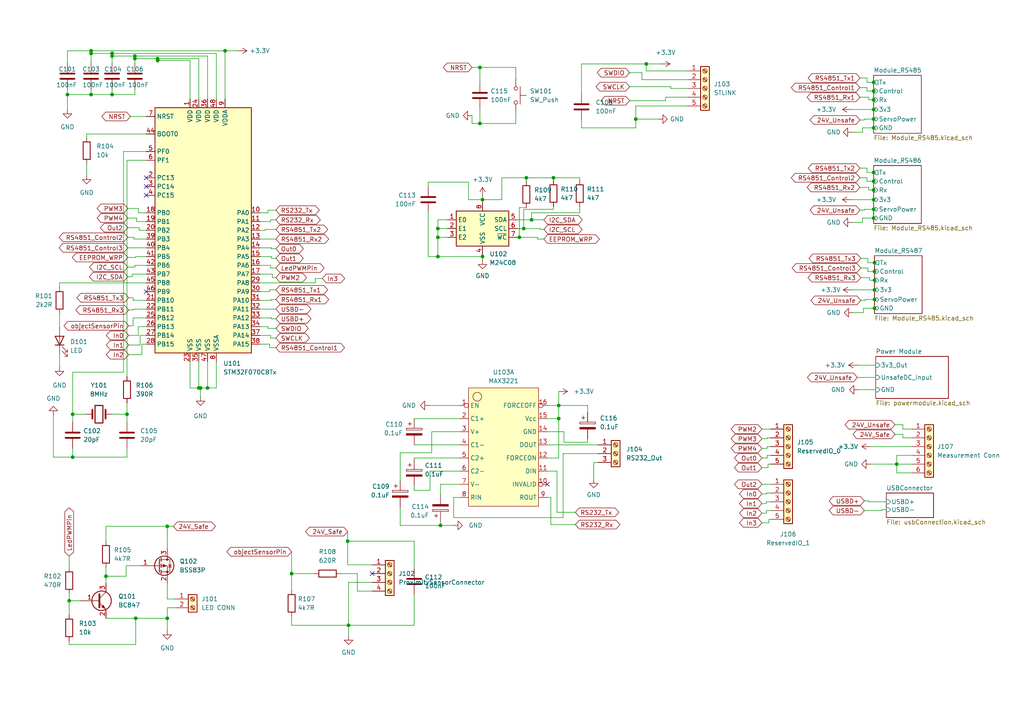
<source format=kicad_sch>
(kicad_sch (version 20211123) (generator eeschema)
  (paper "A4")
  (junction (at 101.092 181.356))
  (junction (at 19.558 27.432))
  (junction (at 65.278 14.732))
  (junction (at 45.72 17.526))
  (junction (at 32.512 27.432))
  (junction (at 253.6529 84.074))
  (junction (at 84.582 166.37))
  (junction (at 253.3989 52.578))
  (junction (at 253.3989 37.084))
  (junction (at 139.192 19.558))
  (junction (at 154.178 63.754))
  (junction (at 253.3989 55.118))
  (junction (at 253.6529 78.74))
  (junction (at 139.954 74.422))
  (junction (at 253.3989 28.956))
  (junction (at 20.066 174.244))
  (junction (at 162.052 117.602))
  (junction (at 253.6529 81.28))
  (junction (at 21.082 132.588))
  (junction (at 57.658 112.522))
  (junction (at 60.198 112.522))
  (junction (at 253.3989 63.246))
  (junction (at 32.512 16.256))
  (junction (at 39.116 16.256))
  (junction (at 253.6529 86.868))
  (junction (at 151.892 66.294))
  (junction (at 253.3989 60.706))
  (junction (at 30.734 167.132))
  (junction (at 100.838 156.972))
  (junction (at 26.416 14.732))
  (junction (at 139.192 35.814))
  (junction (at 127 74.422))
  (junction (at 39.116 17.018))
  (junction (at 253.3989 26.416))
  (junction (at 187.452 18.542))
  (junction (at 32.512 15.494))
  (junction (at 26.416 15.494))
  (junction (at 39.37 179.324))
  (junction (at 160.528 51.562))
  (junction (at 162.052 121.412))
  (junction (at 150.622 68.834))
  (junction (at 48.514 179.324))
  (junction (at 127.762 152.4))
  (junction (at 21.082 120.142))
  (junction (at 45.72 17.018))
  (junction (at 127 66.294))
  (junction (at 26.416 27.432))
  (junction (at 139.954 57.912))
  (junction (at 58.166 112.522))
  (junction (at 253.3989 50.038))
  (junction (at 253.3989 34.544))
  (junction (at 184.404 34.544))
  (junction (at 253.6529 76.2))
  (junction (at 260.096 134.62))
  (junction (at 152.654 51.562))
  (junction (at 127 68.834))
  (junction (at 253.6529 89.408))
  (junction (at 253.3989 31.75))
  (junction (at 48.514 152.654))
  (junction (at 253.3989 57.912))
  (junction (at 36.83 120.142))
  (junction (at 253.3989 23.876))
  (no_connect (at 107.95 166.37))
  (no_connect (at 158.75 140.462))
  (no_connect (at 42.418 84.582))
  (no_connect (at 42.418 56.642))
  (no_connect (at 42.418 51.562))
  (no_connect (at 42.418 54.102))
  (wire (pts (xy 157.734 66.548) (xy 156.718 66.548)))
  (wire (pts (xy 251.968 28.194) (xy 249.428 28.194)))
  (wire (pts (xy 48.514 169.164) (xy 48.514 173.736)))
  (wire (pts (xy 80.01 84.074) (xy 78.232 84.074)))
  (wire (pts (xy 37.084 77.47) (xy 39.116 77.47)))
  (wire (pts (xy 19.558 25.908) (xy 19.558 27.432)))
  (wire (pts (xy 248.666 105.918) (xy 254 105.918)))
  (wire (pts (xy 220.98 124.46) (xy 223.52 124.46)))
  (wire (pts (xy 32.512 27.432) (xy 39.116 27.432)))
  (wire (pts (xy 19.558 14.732) (xy 19.558 18.288)))
  (wire (pts (xy 80.01 92.456) (xy 78.74 92.456)))
  (wire (pts (xy 37.084 66.04) (xy 40.386 66.04)))
  (wire (pts (xy 186.182 23.114) (xy 199.39 23.114)))
  (wire (pts (xy 251.968 145.542) (xy 257.048 145.542)))
  (wire (pts (xy 251.46 26.416) (xy 251.46 25.4)))
  (wire (pts (xy 168.148 51.562) (xy 160.528 51.562)))
  (wire (pts (xy 100.838 156.972) (xy 100.838 163.83)))
  (wire (pts (xy 84.582 160.02) (xy 84.582 166.37)))
  (wire (pts (xy 124.714 136.652) (xy 124.714 142.24)))
  (wire (pts (xy 223.52 145.542) (xy 222.25 145.542)))
  (wire (pts (xy 80.01 74.93) (xy 78.74 74.93)))
  (wire (pts (xy 36.576 167.132) (xy 30.734 167.132)))
  (wire (pts (xy 80.01 72.136) (xy 78.74 72.136)))
  (wire (pts (xy 78.994 79.502) (xy 75.438 79.502)))
  (wire (pts (xy 253.3989 34.544) (xy 250.698 34.544)))
  (wire (pts (xy 21.082 130.048) (xy 21.082 132.588)))
  (wire (pts (xy 40.894 164.084) (xy 36.576 164.084)))
  (wire (pts (xy 252.222 80.518) (xy 249.682 80.518)))
  (wire (pts (xy 222.504 129.54) (xy 222.504 130.048)))
  (wire (pts (xy 116.078 147.066) (xy 116.078 152.4)))
  (wire (pts (xy 127.762 140.462) (xy 133.35 140.462)))
  (wire (pts (xy 223.012 150.622) (xy 223.012 151.638)))
  (wire (pts (xy 37.338 100.076) (xy 40.64 100.076)))
  (wire (pts (xy 62.738 15.494) (xy 32.512 15.494)))
  (wire (pts (xy 149.606 32.766) (xy 149.606 35.814)))
  (wire (pts (xy 80.01 63.754) (xy 78.486 63.754)))
  (wire (pts (xy 253.492 63.246) (xy 253.3989 63.246)))
  (wire (pts (xy 187.452 20.574) (xy 187.452 18.542)))
  (wire (pts (xy 253.3989 52.578) (xy 251.46 52.578)))
  (wire (pts (xy 253.3989 28.956) (xy 251.968 28.956)))
  (wire (pts (xy 78.486 98.044) (xy 78.486 97.282)))
  (wire (pts (xy 39.116 16.256) (xy 32.512 16.256)))
  (wire (pts (xy 62.738 112.522) (xy 60.198 112.522)))
  (wire (pts (xy 154.178 61.722) (xy 154.178 63.754)))
  (wire (pts (xy 39.37 74.676) (xy 39.37 74.422)))
  (wire (pts (xy 124.206 74.422) (xy 127 74.422)))
  (wire (pts (xy 193.04 28.194) (xy 199.39 28.194)))
  (wire (pts (xy 182.626 29.21) (xy 193.04 29.21)))
  (wire (pts (xy 127.762 152.4) (xy 131.572 152.4)))
  (wire (pts (xy 250.952 87.122) (xy 249.682 87.122)))
  (wire (pts (xy 38.862 68.834) (xy 38.862 69.342)))
  (wire (pts (xy 30.734 179.324) (xy 39.37 179.324)))
  (wire (pts (xy 37.084 68.834) (xy 38.862 68.834)))
  (wire (pts (xy 120.142 142.24) (xy 124.714 142.24)))
  (wire (pts (xy 120.142 164.846) (xy 120.142 156.972)))
  (wire (pts (xy 48.514 176.276) (xy 48.514 179.324)))
  (wire (pts (xy 139.954 57.912) (xy 139.954 58.674)))
  (wire (pts (xy 20.066 161.29) (xy 20.066 164.592)))
  (wire (pts (xy 160.528 52.324) (xy 160.528 51.562)))
  (wire (pts (xy 120.142 181.356) (xy 101.092 181.356)))
  (wire (pts (xy 84.582 178.816) (xy 84.582 181.356)))
  (wire (pts (xy 26.416 27.432) (xy 32.512 27.432)))
  (wire (pts (xy 222.25 145.542) (xy 222.25 146.05)))
  (wire (pts (xy 40.132 94.742) (xy 42.418 94.742)))
  (wire (pts (xy 184.404 30.734) (xy 199.39 30.734)))
  (wire (pts (xy 172.212 134.112) (xy 173.482 134.112)))
  (wire (pts (xy 62.738 104.902) (xy 62.738 112.522)))
  (wire (pts (xy 50.8 176.276) (xy 48.514 176.276)))
  (wire (pts (xy 168.656 18.542) (xy 168.656 27.178)))
  (wire (pts (xy 253.3989 50.038) (xy 251.46 50.038)))
  (wire (pts (xy 20.066 178.308) (xy 20.066 174.244)))
  (wire (pts (xy 223.52 129.54) (xy 222.504 129.54)))
  (wire (pts (xy 158.75 136.652) (xy 161.544 136.652)))
  (wire (pts (xy 246.888 57.912) (xy 253.3989 57.912)))
  (wire (pts (xy 120.142 140.97) (xy 120.142 142.24)))
  (wire (pts (xy 15.494 120.396) (xy 15.494 132.588)))
  (wire (pts (xy 161.544 148.59) (xy 166.878 148.59)))
  (wire (pts (xy 55.118 17.526) (xy 45.72 17.526)))
  (wire (pts (xy 253.3989 60.706) (xy 250.698 60.706)))
  (wire (pts (xy 78.994 79.502) (xy 78.994 80.518)))
  (wire (pts (xy 158.75 125.222) (xy 163.576 125.222)))
  (wire (pts (xy 152.654 51.562) (xy 145.542 51.562)))
  (wire (pts (xy 251.46 52.578) (xy 251.46 51.562)))
  (wire (pts (xy 127 63.754) (xy 127 66.294)))
  (wire (pts (xy 78.486 76.962) (xy 75.438 76.962)))
  (wire (pts (xy 77.724 61.722) (xy 75.438 61.722)))
  (wire (pts (xy 39.116 17.018) (xy 39.116 18.288)))
  (wire (pts (xy 264.414 132.08) (xy 260.096 132.08)))
  (wire (pts (xy 32.512 15.494) (xy 32.512 16.256)))
  (wire (pts (xy 80.01 100.838) (xy 78.232 100.838)))
  (wire (pts (xy 38.608 92.202) (xy 42.418 92.202)))
  (wire (pts (xy 101.092 168.91) (xy 107.95 168.91)))
  (wire (pts (xy 127 66.294) (xy 129.794 66.294)))
  (wire (pts (xy 253.3989 63.246) (xy 250.19 63.246)))
  (wire (pts (xy 32.512 16.256) (xy 32.512 18.288)))
  (wire (pts (xy 261.874 124.46) (xy 264.414 124.46)))
  (wire (pts (xy 55.118 104.902) (xy 55.118 112.522)))
  (wire (pts (xy 78.74 74.93) (xy 78.74 74.422)))
  (wire (pts (xy 250.444 90.678) (xy 247.396 90.678)))
  (wire (pts (xy 250.19 38.354) (xy 247.142 38.354)))
  (wire (pts (xy 37.338 89.916) (xy 38.608 89.916)))
  (wire (pts (xy 20.066 186.944) (xy 39.37 186.944)))
  (wire (pts (xy 246.888 31.75) (xy 253.3989 31.75)))
  (wire (pts (xy 187.452 18.542) (xy 191.77 18.542)))
  (wire (pts (xy 100.838 154.178) (xy 100.838 156.972)))
  (wire (pts (xy 160.528 60.706) (xy 151.892 60.706)))
  (wire (pts (xy 253.6529 86.868) (xy 250.952 86.868)))
  (wire (pts (xy 139.192 31.496) (xy 139.192 35.814)))
  (wire (pts (xy 162.052 121.412) (xy 162.052 117.602)))
  (wire (pts (xy 163.576 128.27) (xy 170.434 128.27)))
  (wire (pts (xy 253.492 37.084) (xy 253.3989 37.084)))
  (wire (pts (xy 127 66.294) (xy 127 68.834)))
  (wire (pts (xy 155.956 69.342) (xy 155.956 68.834)))
  (wire (pts (xy 252.476 134.62) (xy 260.096 134.62)))
  (wire (pts (xy 253.746 81.28) (xy 253.6529 81.28)))
  (wire (pts (xy 170.434 128.27) (xy 170.434 127.254)))
  (wire (pts (xy 37.084 74.676) (xy 39.37 74.676)))
  (wire (pts (xy 39.116 16.256) (xy 39.116 17.018)))
  (wire (pts (xy 184.404 34.544) (xy 184.404 30.734)))
  (wire (pts (xy 253.492 52.578) (xy 253.3989 52.578)))
  (wire (pts (xy 30.734 164.592) (xy 30.734 167.132)))
  (wire (pts (xy 57.658 112.522) (xy 58.166 112.522)))
  (wire (pts (xy 40.132 60.452) (xy 40.132 61.722)))
  (wire (pts (xy 40.132 97.282) (xy 40.132 94.742)))
  (wire (pts (xy 65.278 14.732) (xy 69.088 14.732)))
  (wire (pts (xy 38.354 79.502) (xy 42.418 79.502)))
  (wire (pts (xy 253.3989 31.75) (xy 253.492 31.75)))
  (wire (pts (xy 125.222 131.318) (xy 125.222 125.222)))
  (wire (pts (xy 222.25 146.05) (xy 220.98 146.05)))
  (wire (pts (xy 184.404 34.544) (xy 191.008 34.544)))
  (wire (pts (xy 253.746 76.2) (xy 253.6529 76.2)))
  (wire (pts (xy 30.734 152.654) (xy 48.514 152.654)))
  (wire (pts (xy 39.624 64.262) (xy 42.418 64.262)))
  (wire (pts (xy 223.012 151.638) (xy 220.98 151.638)))
  (wire (pts (xy 150.622 60.198) (xy 150.622 68.834)))
  (wire (pts (xy 253.3989 23.876) (xy 251.46 23.876)))
  (wire (pts (xy 255.778 147.828) (xy 257.048 147.828)))
  (wire (pts (xy 251.46 22.606) (xy 249.428 22.606)))
  (wire (pts (xy 20.066 174.244) (xy 23.114 174.244)))
  (wire (pts (xy 136.906 33.528) (xy 136.906 35.814)))
  (wire (pts (xy 251.46 48.768) (xy 249.428 48.768)))
  (wire (pts (xy 37.084 63.246) (xy 39.624 63.246)))
  (wire (pts (xy 253.6529 81.28) (xy 252.222 81.28)))
  (wire (pts (xy 261.874 125.984) (xy 261.874 127)))
  (wire (pts (xy 250.698 60.96) (xy 249.428 60.96)))
  (wire (pts (xy 38.862 69.342) (xy 42.418 69.342)))
  (wire (pts (xy 21.082 120.142) (xy 24.892 120.142)))
  (wire (pts (xy 139.954 56.896) (xy 139.954 57.912)))
  (wire (pts (xy 75.438 89.662) (xy 80.01 89.662)))
  (wire (pts (xy 78.74 71.882) (xy 75.438 71.882)))
  (wire (pts (xy 131.572 144.272) (xy 133.35 144.272)))
  (wire (pts (xy 65.278 14.732) (xy 26.416 14.732)))
  (wire (pts (xy 78.74 86.868) (xy 78.74 87.122)))
  (wire (pts (xy 253.6529 76.2) (xy 251.714 76.2)))
  (wire (pts (xy 139.954 74.422) (xy 139.954 75.438)))
  (wire (pts (xy 127 74.422) (xy 139.954 74.422)))
  (wire (pts (xy 150.114 68.834) (xy 150.622 68.834)))
  (wire (pts (xy 139.192 19.558) (xy 139.192 23.876)))
  (wire (pts (xy 57.658 17.018) (xy 57.658 28.702)))
  (wire (pts (xy 247.142 84.074) (xy 253.6529 84.074)))
  (wire (pts (xy 120.142 121.412) (xy 133.35 121.412)))
  (wire (pts (xy 80.01 95.25) (xy 77.724 95.25)))
  (wire (pts (xy 168.656 37.084) (xy 184.404 37.084)))
  (wire (pts (xy 187.452 18.542) (xy 168.656 18.542)))
  (wire (pts (xy 127.762 143.51) (xy 127.762 140.462)))
  (wire (pts (xy 251.968 55.118) (xy 251.968 54.356)))
  (wire (pts (xy 253.492 60.706) (xy 253.3989 60.706)))
  (wire (pts (xy 251.968 28.956) (xy 251.968 28.194)))
  (wire (pts (xy 62.738 15.494) (xy 62.738 28.702)))
  (wire (pts (xy 168.656 34.798) (xy 168.656 37.084)))
  (wire (pts (xy 120.142 132.842) (xy 133.35 132.842)))
  (wire (pts (xy 25.146 47.498) (xy 25.146 50.8)))
  (wire (pts (xy 251.46 23.876) (xy 251.46 22.606)))
  (wire (pts (xy 39.37 179.324) (xy 48.514 179.324)))
  (wire (pts (xy 124.206 61.722) (xy 124.206 74.422)))
  (wire (pts (xy 30.734 156.972) (xy 30.734 152.654)))
  (wire (pts (xy 249.428 25.4) (xy 251.46 25.4)))
  (wire (pts (xy 80.01 86.868) (xy 78.74 86.868)))
  (wire (pts (xy 159.766 152.146) (xy 166.878 152.146)))
  (wire (pts (xy 75.438 84.582) (xy 78.232 84.582)))
  (wire (pts (xy 220.98 140.462) (xy 223.52 140.462)))
  (wire (pts (xy 253.6529 89.408) (xy 250.444 89.408)))
  (wire (pts (xy 149.606 19.558) (xy 139.192 19.558)))
  (wire (pts (xy 162.052 132.842) (xy 162.052 121.412)))
  (wire (pts (xy 40.64 97.282) (xy 42.418 97.282)))
  (wire (pts (xy 78.74 92.456) (xy 78.74 92.202)))
  (wire (pts (xy 194.564 25.654) (xy 199.39 25.654)))
  (wire (pts (xy 163.322 131.572) (xy 163.322 150.114)))
  (wire (pts (xy 184.404 37.084) (xy 184.404 34.544)))
  (wire (pts (xy 253.6529 78.74) (xy 251.714 78.74)))
  (wire (pts (xy 37.338 94.488) (xy 38.608 94.488)))
  (wire (pts (xy 78.232 99.822) (xy 75.438 99.822)))
  (wire (pts (xy 103.632 171.45) (xy 103.632 166.37)))
  (wire (pts (xy 103.632 166.37) (xy 98.806 166.37)))
  (wire (pts (xy 193.04 29.21) (xy 193.04 28.194)))
  (wire (pts (xy 131.572 150.114) (xy 131.572 144.272)))
  (wire (pts (xy 222.504 127) (xy 222.504 127.254)))
  (wire (pts (xy 26.416 15.494) (xy 26.416 18.288)))
  (wire (pts (xy 150.622 68.834) (xy 155.956 68.834)))
  (wire (pts (xy 127.762 151.13) (xy 127.762 152.4)))
  (wire (pts (xy 152.654 60.198) (xy 150.622 60.198)))
  (wire (pts (xy 37.338 86.36) (xy 38.608 86.36)))
  (wire (pts (xy 37.084 80.264) (xy 38.354 80.264)))
  (wire (pts (xy 101.092 184.404) (xy 101.092 181.356)))
  (wire (pts (xy 21.082 107.95) (xy 21.082 120.142)))
  (wire (pts (xy 42.418 82.042) (xy 17.272 82.042)))
  (wire (pts (xy 250.698 34.798) (xy 249.428 34.798)))
  (wire (pts (xy 151.892 66.294) (xy 156.718 66.294)))
  (wire (pts (xy 50.292 152.654) (xy 48.514 152.654)))
  (wire (pts (xy 55.118 112.522) (xy 57.658 112.522)))
  (wire (pts (xy 84.582 181.356) (xy 101.092 181.356)))
  (wire (pts (xy 45.72 17.018) (xy 45.72 17.526)))
  (wire (pts (xy 253.3989 26.416) (xy 251.46 26.416)))
  (wire (pts (xy 156.718 66.294) (xy 156.718 66.548)))
  (wire (pts (xy 136.906 19.558) (xy 139.192 19.558)))
  (wire (pts (xy 222.25 143.256) (xy 220.98 143.256)))
  (wire (pts (xy 32.512 15.494) (xy 26.416 15.494)))
  (wire (pts (xy 75.438 82.042) (xy 91.44 82.042)))
  (wire (pts (xy 38.608 87.122) (xy 42.418 87.122)))
  (wire (pts (xy 250.444 89.408) (xy 250.444 90.678)))
  (wire (pts (xy 116.078 152.4) (xy 127.762 152.4)))
  (wire (pts (xy 120.142 129.032) (xy 133.35 129.032)))
  (wire (pts (xy 136.906 35.814) (xy 139.192 35.814)))
  (wire (pts (xy 255.778 148.082) (xy 255.778 147.828)))
  (wire (pts (xy 251.968 145.288) (xy 251.968 145.542)))
  (wire (pts (xy 194.564 25.146) (xy 194.564 25.654)))
  (wire (pts (xy 253.3989 37.084) (xy 250.19 37.084)))
  (wire (pts (xy 248.92 113.03) (xy 254 113.03)))
  (wire (pts (xy 223.52 132.08) (xy 222.504 132.08)))
  (wire (pts (xy 58.166 112.522) (xy 58.166 115.062)))
  (wire (pts (xy 248.666 109.474) (xy 254 109.474)))
  (wire (pts (xy 38.608 89.916) (xy 38.608 89.662)))
  (wire (pts (xy 222.758 134.62) (xy 222.758 135.636)))
  (wire (pts (xy 182.372 21.082) (xy 186.182 21.082)))
  (wire (pts (xy 21.082 132.588) (xy 36.83 132.588)))
  (wire (pts (xy 84.582 166.37) (xy 91.186 166.37)))
  (wire (pts (xy 80.01 80.518) (xy 78.994 80.518)))
  (wire (pts (xy 158.75 129.032) (xy 173.482 129.032)))
  (wire (pts (xy 78.486 63.754) (xy 78.486 64.262)))
  (wire (pts (xy 253.492 55.118) (xy 253.3989 55.118)))
  (wire (pts (xy 100.838 156.972) (xy 120.142 156.972)))
  (wire (pts (xy 80.01 66.548) (xy 76.962 66.548)))
  (wire (pts (xy 158.75 121.412) (xy 162.052 121.412)))
  (wire (pts (xy 133.35 136.652) (xy 124.714 136.652)))
  (wire (pts (xy 48.514 179.324) (xy 48.514 182.88)))
  (wire (pts (xy 17.272 82.042) (xy 17.272 83.312)))
  (wire (pts (xy 40.64 100.076) (xy 40.64 97.282)))
  (wire (pts (xy 19.558 27.432) (xy 26.416 27.432)))
  (wire (pts (xy 84.582 166.37) (xy 84.582 171.196)))
  (wire (pts (xy 78.232 84.074) (xy 78.232 84.582)))
  (wire (pts (xy 37.084 60.452) (xy 40.132 60.452)))
  (wire (pts (xy 127 68.834) (xy 129.794 68.834)))
  (wire (pts (xy 37.084 71.882) (xy 42.418 71.882)))
  (wire (pts (xy 250.19 64.516) (xy 247.142 64.516)))
  (wire (pts (xy 145.542 51.562) (xy 145.542 57.912)))
  (wire (pts (xy 250.952 86.868) (xy 250.952 87.122)))
  (wire (pts (xy 172.212 134.112) (xy 172.212 138.938)))
  (wire (pts (xy 168.148 61.722) (xy 154.178 61.722)))
  (wire (pts (xy 222.504 130.048) (xy 220.98 130.048)))
  (wire (pts (xy 91.44 80.772) (xy 93.472 80.772)))
  (wire (pts (xy 38.354 80.264) (xy 38.354 79.502)))
  (wire (pts (xy 48.514 152.654) (xy 48.514 159.004)))
  (wire (pts (xy 36.83 109.22) (xy 36.83 46.482)))
  (wire (pts (xy 120.142 172.466) (xy 120.142 181.356)))
  (wire (pts (xy 101.092 181.356) (xy 101.092 168.91)))
  (wire (pts (xy 160.528 51.562) (xy 152.654 51.562)))
  (wire (pts (xy 19.558 27.432) (xy 19.558 31.75)))
  (wire (pts (xy 253.492 26.416) (xy 253.3989 26.416)))
  (wire (pts (xy 253.746 89.408) (xy 253.6529 89.408)))
  (wire (pts (xy 261.874 127) (xy 264.414 127)))
  (wire (pts (xy 37.338 97.282) (xy 40.132 97.282)))
  (wire (pts (xy 151.892 60.706) (xy 151.892 66.294)))
  (wire (pts (xy 222.504 127.254) (xy 220.98 127.254)))
  (wire (pts (xy 249.682 77.724) (xy 251.714 77.724)))
  (wire (pts (xy 57.658 104.902) (xy 57.658 112.522)))
  (wire (pts (xy 41.148 99.822) (xy 42.418 99.822)))
  (wire (pts (xy 39.37 186.944) (xy 39.37 179.324)))
  (wire (pts (xy 260.096 137.16) (xy 264.414 137.16)))
  (wire (pts (xy 252.476 129.54) (xy 264.414 129.54)))
  (wire (pts (xy 48.514 173.736) (xy 50.8 173.736)))
  (wire (pts (xy 80.01 98.044) (xy 78.486 98.044)))
  (wire (pts (xy 45.72 17.018) (xy 39.116 17.018)))
  (wire (pts (xy 124.46 117.602) (xy 133.35 117.602)))
  (wire (pts (xy 20.066 172.212) (xy 20.066 174.244)))
  (wire (pts (xy 20.066 185.928) (xy 20.066 186.944)))
  (wire (pts (xy 38.608 86.36) (xy 38.608 87.122)))
  (wire (pts (xy 116.078 131.318) (xy 125.222 131.318)))
  (wire (pts (xy 39.624 63.246) (xy 39.624 64.262)))
  (wire (pts (xy 251.46 50.038) (xy 251.46 48.768)))
  (wire (pts (xy 25.146 39.878) (xy 25.146 38.862)))
  (wire (pts (xy 259.588 125.984) (xy 261.874 125.984)))
  (wire (pts (xy 222.504 132.842) (xy 220.98 132.842)))
  (wire (pts (xy 187.452 20.574) (xy 199.39 20.574)))
  (wire (pts (xy 260.096 134.62) (xy 260.096 137.16)))
  (wire (pts (xy 155.956 69.342) (xy 157.734 69.342)))
  (wire (pts (xy 260.096 132.08) (xy 260.096 134.62)))
  (wire (pts (xy 250.698 145.288) (xy 251.968 145.288)))
  (wire (pts (xy 222.504 132.08) (xy 222.504 132.842)))
  (wire (pts (xy 78.74 87.122) (xy 75.438 87.122)))
  (wire (pts (xy 223.52 127) (xy 222.504 127)))
  (wire (pts (xy 78.232 100.838) (xy 78.232 99.822)))
  (wire (pts (xy 17.272 90.932) (xy 17.272 94.996)))
  (wire (pts (xy 163.322 150.114) (xy 131.572 150.114)))
  (wire (pts (xy 168.148 52.324) (xy 168.148 51.562)))
  (wire (pts (xy 60.198 112.522) (xy 58.166 112.522)))
  (wire (pts (xy 253.492 50.038) (xy 253.3989 50.038)))
  (wire (pts (xy 223.52 148.082) (xy 222.25 148.082)))
  (wire (pts (xy 253.492 28.956) (xy 253.3989 28.956)))
  (wire (pts (xy 150.114 66.294) (xy 151.892 66.294)))
  (wire (pts (xy 261.874 123.19) (xy 261.874 124.46)))
  (wire (pts (xy 251.714 76.2) (xy 251.714 74.93)))
  (wire (pts (xy 251.968 54.356) (xy 249.428 54.356)))
  (wire (pts (xy 38.608 89.662) (xy 42.418 89.662)))
  (wire (pts (xy 250.19 63.246) (xy 250.19 64.516)))
  (wire (pts (xy 251.714 78.74) (xy 251.714 77.724)))
  (wire (pts (xy 76.962 66.548) (xy 76.962 66.802)))
  (wire (pts (xy 170.434 119.634) (xy 170.434 117.602)))
  (wire (pts (xy 253.6529 84.074) (xy 253.746 84.074)))
  (wire (pts (xy 250.698 148.082) (xy 255.778 148.082)))
  (wire (pts (xy 35.814 107.95) (xy 21.082 107.95)))
  (wire (pts (xy 223.52 143.002) (xy 222.25 143.002)))
  (wire (pts (xy 75.438 97.282) (xy 78.486 97.282)))
  (wire (pts (xy 145.542 57.912) (xy 139.954 57.912)))
  (wire (pts (xy 182.626 25.146) (xy 194.564 25.146)))
  (wire (pts (xy 26.416 14.732) (xy 19.558 14.732)))
  (wire (pts (xy 260.096 134.62) (xy 264.414 134.62)))
  (wire (pts (xy 149.606 35.814) (xy 139.192 35.814)))
  (wire (pts (xy 60.198 16.256) (xy 39.116 16.256)))
  (wire (pts (xy 17.272 102.616) (xy 17.272 106.426)))
  (wire (pts (xy 36.83 46.482) (xy 42.418 46.482)))
  (wire (pts (xy 26.416 14.732) (xy 26.416 15.494)))
  (wire (pts (xy 41.148 102.87) (xy 41.148 99.822)))
  (wire (pts (xy 124.206 54.102) (xy 124.206 52.832)))
  (wire (pts (xy 39.116 27.432) (xy 39.116 25.908)))
  (wire (pts (xy 77.724 60.96) (xy 77.724 61.722)))
  (wire (pts (xy 139.954 73.914) (xy 139.954 74.422)))
  (wire (pts (xy 32.512 25.908) (xy 32.512 27.432)))
  (wire (pts (xy 168.148 59.944) (xy 168.148 61.722)))
  (wire (pts (xy 78.74 74.422) (xy 75.438 74.422)))
  (wire (pts (xy 26.416 25.908) (xy 26.416 27.432)))
  (wire (pts (xy 36.83 120.142) (xy 32.512 120.142)))
  (wire (pts (xy 116.078 131.318) (xy 116.078 139.446)))
  (wire (pts (xy 39.37 74.422) (xy 42.418 74.422)))
  (wire (pts (xy 124.206 52.832) (xy 135.89 52.832)))
  (wire (pts (xy 77.724 95.25) (xy 77.724 94.742)))
  (wire (pts (xy 253.746 86.868) (xy 253.6529 86.868)))
  (wire (pts (xy 253.492 34.544) (xy 253.3989 34.544)))
  (wire (pts (xy 30.734 167.132) (xy 30.734 169.164)))
  (wire (pts (xy 249.428 51.562) (xy 251.46 51.562)))
  (wire (pts (xy 15.494 132.588) (xy 21.082 132.588)))
  (wire (pts (xy 78.486 77.724) (xy 78.486 76.962)))
  (wire (pts (xy 135.89 52.832) (xy 135.89 57.912)))
  (wire (pts (xy 75.438 64.262) (xy 78.486 64.262)))
  (wire (pts (xy 78.74 72.136) (xy 78.74 71.882)))
  (wire (pts (xy 161.544 136.652) (xy 161.544 148.59)))
  (wire (pts (xy 25.146 38.862) (xy 42.418 38.862)))
  (wire (pts (xy 39.116 76.962) (xy 42.418 76.962)))
  (wire (pts (xy 37.338 102.87) (xy 41.148 102.87)))
  (wire (pts (xy 21.082 122.428) (xy 21.082 120.142)))
  (wire (pts (xy 100.838 163.83) (xy 107.95 163.83)))
  (wire (pts (xy 160.528 59.944) (xy 160.528 60.706)))
  (wire (pts (xy 250.698 60.706) (xy 250.698 60.96)))
  (wire (pts (xy 77.724 94.742) (xy 75.438 94.742)))
  (wire (pts (xy 36.576 164.084) (xy 36.576 167.132)))
  (wire (pts (xy 75.438 66.802) (xy 76.962 66.802)))
  (wire (pts (xy 78.74 92.202) (xy 75.438 92.202)))
  (wire (pts (xy 158.75 132.842) (xy 162.052 132.842)))
  (wire (pts (xy 39.116 77.47) (xy 39.116 76.962)))
  (wire (pts (xy 107.95 171.45) (xy 103.632 171.45)))
  (wire (pts (xy 129.794 63.754) (xy 127 63.754)))
  (wire (pts (xy 253.746 78.74) (xy 253.6529 78.74)))
  (wire (pts (xy 162.052 113.538) (xy 162.052 117.602)))
  (wire (pts (xy 158.75 144.272) (xy 159.766 144.272)))
  (wire (pts (xy 253.492 23.876) (xy 253.3989 23.876)))
  (wire (pts (xy 222.758 135.636) (xy 220.98 135.636)))
  (wire (pts (xy 57.658 17.018) (xy 45.72 17.018)))
  (wire (pts (xy 36.83 132.588) (xy 36.83 130.048)))
  (wire (pts (xy 36.83 116.84) (xy 36.83 120.142)))
  (wire (pts (xy 250.19 37.084) (xy 250.19 38.354)))
  (wire (pts (xy 55.118 17.526) (xy 55.118 28.702)))
  (wire (pts (xy 159.766 144.272) (xy 159.766 152.146)))
  (wire (pts (xy 163.576 125.222) (xy 163.576 128.27)))
  (wire (pts (xy 152.654 52.578) (xy 152.654 51.562)))
  (wire (pts (xy 91.44 82.042) (xy 91.44 80.772)))
  (wire (pts (xy 149.606 22.606) (xy 149.606 19.558)))
  (wire (pts (xy 173.482 131.572) (xy 163.322 131.572)))
  (wire (pts (xy 80.01 60.96) (xy 77.724 60.96)))
  (wire (pts (xy 222.25 148.844) (xy 220.98 148.844)))
  (wire (pts (xy 60.198 104.902) (xy 60.198 112.522)))
  (wire (pts (xy 253.3989 55.118) (xy 251.968 55.118)))
  (wire (pts (xy 60.198 16.256) (xy 60.198 28.702)))
  (wire (pts (xy 250.698 34.544) (xy 250.698 34.798)))
  (wire (pts (xy 37.846 33.782) (xy 42.418 33.782)))
  (wire (pts (xy 127 68.834) (xy 127 74.422)))
  (wire (pts (xy 186.182 21.082) (xy 186.182 23.114)))
  (wire (pts (xy 36.83 122.428) (xy 36.83 120.142)))
  (wire (pts (xy 40.132 61.722) (xy 42.418 61.722)))
  (wire (pts (xy 80.01 77.724) (xy 78.486 77.724)))
  (wire (pts (xy 135.89 57.912) (xy 139.954 57.912)))
  (wire (pts (xy 253.3989 57.912) (xy 253.492 57.912)))
  (wire (pts (xy 162.052 117.602) (xy 170.434 117.602)))
  (wire (pts (xy 150.114 63.754) (xy 154.178 63.754)))
  (wire (pts (xy 35.814 43.942) (xy 35.814 107.95)))
  (wire (pts (xy 42.418 43.942) (xy 35.814 43.942)))
  (wire (pts (xy 40.386 66.802) (xy 42.418 66.802)))
  (wire (pts (xy 251.714 74.93) (xy 249.682 74.93)))
  (wire (pts (xy 222.25 148.082) (xy 222.25 148.844)))
  (wire (pts (xy 222.25 143.002) (xy 222.25 143.256)))
  (wire (pts (xy 38.608 94.488) (xy 38.608 92.202)))
  (wire (pts (xy 75.438 69.342) (xy 80.01 69.342)))
  (wire (pts (xy 40.386 66.04) (xy 40.386 66.802)))
  (wire (pts (xy 45.72 17.526) (xy 45.72 18.288)))
  (wire (pts (xy 162.052 117.602) (xy 158.75 117.602)))
  (wire (pts (xy 120.142 133.35) (xy 120.142 132.842)))
  (wire (pts (xy 154.178 63.754) (xy 157.734 63.754)))
  (wire (pts (xy 259.588 123.19) (xy 261.874 123.19)))
  (wire (pts (xy 65.278 14.732) (xy 65.278 28.702)))
  (wire (pts (xy 223.52 134.62) (xy 222.758 134.62)))
  (wire (pts (xy 223.52 150.622) (xy 223.012 150.622)))
  (wire (pts (xy 125.222 125.222) (xy 133.35 125.222)))
  (wire (pts (xy 252.222 81.28) (xy 252.222 80.518)))
  (global_label "24V_Safe" (shape bidirectional) (at 259.588 125.984 180) (property "Intersheet References" "${INTERSHEET_REFS}" (effects hide)))
  (global_label "In0" (shape bidirectional) (at 37.338 97.282 180) (property "Intersheet References" "${INTERSHEET_REFS}" (effects hide)))
  (global_label "PWM3" (shape bidirectional) (at 37.084 60.452 180) (property "Intersheet References" "${INTERSHEET_REFS}" (effects hide)))
  (global_label "Out2" (shape bidirectional) (at 220.98 140.462 180) (property "Intersheet References" "${INTERSHEET_REFS}" (effects hide)))
  (global_label "24V_Unsafe" (shape bidirectional) (at 249.428 34.798 180) (property "Intersheet References" "${INTERSHEET_REFS}" (effects hide)))
  (global_label "Out2" (shape bidirectional) (at 37.084 66.04 180) (property "Intersheet References" "${INTERSHEET_REFS}" (effects hide)))
  (global_label "RS232_Tx" (shape bidirectional) (at 80.01 60.96 0) (property "Intersheet References" "${INTERSHEET_REFS}" (effects hide)))
  (global_label "24V_Unsafe" (shape bidirectional) (at 249.682 87.122 180) (property "Intersheet References" "${INTERSHEET_REFS}" (effects hide)))
  (global_label "In2" (shape bidirectional) (at 37.338 102.87 180) (property "Intersheet References" "${INTERSHEET_REFS}" (effects hide)))
  (global_label "Out0" (shape bidirectional) (at 80.01 72.136 0) (property "Intersheet References" "${INTERSHEET_REFS}" (effects hide)))
  (global_label "RS4851_Rx1" (shape bidirectional) (at 80.01 86.868 0) (property "Intersheet References" "${INTERSHEET_REFS}" (effects hide)))
  (global_label "PWM2" (shape bidirectional) (at 220.98 124.46 180) (property "Intersheet References" "${INTERSHEET_REFS}" (effects hide)))
  (global_label "RS4851_Tx2" (shape bidirectional) (at 80.01 66.548 0) (property "Intersheet References" "${INTERSHEET_REFS}" (effects hide)))
  (global_label "24V_Unsafe" (shape bidirectional) (at 249.428 60.96 180) (property "Intersheet References" "${INTERSHEET_REFS}" (effects hide)))
  (global_label "RS4851_Rx2" (shape bidirectional) (at 80.01 69.342 0) (property "Intersheet References" "${INTERSHEET_REFS}" (effects hide)))
  (global_label "RS232_Rx" (shape bidirectional) (at 80.01 63.754 0) (property "Intersheet References" "${INTERSHEET_REFS}" (effects hide)))
  (global_label "PWM4" (shape bidirectional) (at 37.084 63.246 180) (property "Intersheet References" "${INTERSHEET_REFS}" (effects hide)))
  (global_label "SWCLK" (shape bidirectional) (at 182.626 25.146 180) (property "Intersheet References" "${INTERSHEET_REFS}" (effects hide)))
  (global_label "I2C_SDA" (shape bidirectional) (at 37.084 80.264 180) (property "Intersheet References" "${INTERSHEET_REFS}" (effects hide)))
  (global_label "EEPROM_WRP" (shape bidirectional) (at 37.084 74.676 180) (property "Intersheet References" "${INTERSHEET_REFS}" (effects hide)))
  (global_label "In3" (shape bidirectional) (at 93.472 80.772 0) (property "Intersheet References" "${INTERSHEET_REFS}" (effects hide)))
  (global_label "objectSensorPin" (shape bidirectional) (at 84.582 160.02 180) (property "Intersheet References" "${INTERSHEET_REFS}" (effects hide)))
  (global_label "RS232_Tx" (shape bidirectional) (at 166.878 148.59 0) (property "Intersheet References" "${INTERSHEET_REFS}" (effects hide)))
  (global_label "NRST" (shape bidirectional) (at 182.626 29.21 180) (property "Intersheet References" "${INTERSHEET_REFS}" (effects hide)))
  (global_label "RS4851_Control2" (shape bidirectional) (at 37.084 68.834 180) (property "Intersheet References" "${INTERSHEET_REFS}" (effects hide)))
  (global_label "USBD+" (shape bidirectional) (at 250.698 145.288 180) (property "Intersheet References" "${INTERSHEET_REFS}" (effects hide)))
  (global_label "In2" (shape bidirectional) (at 220.98 148.844 180) (property "Intersheet References" "${INTERSHEET_REFS}" (effects hide)))
  (global_label "LedPWMPin" (shape bidirectional) (at 20.066 161.29 90) (property "Intersheet References" "${INTERSHEET_REFS}" (effects hide)))
  (global_label "RS4851_Rx3" (shape bidirectional) (at 249.682 80.518 180) (property "Intersheet References" "${INTERSHEET_REFS}" (effects hide)))
  (global_label "RS4851_Control3" (shape bidirectional) (at 249.682 77.724 180) (property "Intersheet References" "${INTERSHEET_REFS}" (effects hide)))
  (global_label "SWDIO" (shape bidirectional) (at 80.01 95.25 0) (property "Intersheet References" "${INTERSHEET_REFS}" (effects hide)))
  (global_label "USBD-" (shape bidirectional) (at 250.698 148.082 180) (property "Intersheet References" "${INTERSHEET_REFS}" (effects hide)))
  (global_label "RS4851_Rx1" (shape bidirectional) (at 249.428 28.194 180) (property "Intersheet References" "${INTERSHEET_REFS}" (effects hide)))
  (global_label "NRST" (shape bidirectional) (at 37.846 33.782 180) (property "Intersheet References" "${INTERSHEET_REFS}" (effects hide)))
  (global_label "In3" (shape bidirectional) (at 220.98 151.638 180) (property "Intersheet References" "${INTERSHEET_REFS}" (effects hide)))
  (global_label "SWCLK" (shape bidirectional) (at 80.01 98.044 0) (property "Intersheet References" "${INTERSHEET_REFS}" (effects hide)))
  (global_label "NRST" (shape bidirectional) (at 136.906 19.558 180) (property "Intersheet References" "${INTERSHEET_REFS}" (effects hide)))
  (global_label "RS4851_Control2" (shape bidirectional) (at 249.428 51.562 180) (property "Intersheet References" "${INTERSHEET_REFS}" (effects hide)))
  (global_label "24V_Safe" (shape bidirectional) (at 50.292 152.654 0) (property "Intersheet References" "${INTERSHEET_REFS}" (effects hide)))
  (global_label "Out0" (shape bidirectional) (at 220.98 132.842 180) (property "Intersheet References" "${INTERSHEET_REFS}" (effects hide)))
  (global_label "SWDIO" (shape bidirectional) (at 182.626 21.082 180) (property "Intersheet References" "${INTERSHEET_REFS}" (effects hide)))
  (global_label "In1" (shape bidirectional) (at 220.98 146.05 180) (property "Intersheet References" "${INTERSHEET_REFS}" (effects hide)))
  (global_label "EEPROM_WRP" (shape bidirectional) (at 157.734 69.342 0) (property "Intersheet References" "${INTERSHEET_REFS}" (effects hide)))
  (global_label "USBD-" (shape bidirectional) (at 80.01 89.662 0) (property "Intersheet References" "${INTERSHEET_REFS}" (effects hide)))
  (global_label "LedPWMPin" (shape bidirectional) (at 80.01 77.724 0) (property "Intersheet References" "${INTERSHEET_REFS}" (effects hide)))
  (global_label "RS232_Rx" (shape bidirectional) (at 166.878 152.146 0) (property "Intersheet References" "${INTERSHEET_REFS}" (effects hide)))
  (global_label "RS4851_Tx1" (shape bidirectional) (at 80.01 84.074 0) (property "Intersheet References" "${INTERSHEET_REFS}" (effects hide)))
  (global_label "RS4851_Control3" (shape bidirectional) (at 37.084 71.882 180) (property "Intersheet References" "${INTERSHEET_REFS}" (effects hide)))
  (global_label "24V_Unsafe" (shape bidirectional) (at 248.666 109.474 180) (property "Intersheet References" "${INTERSHEET_REFS}" (effects hide)))
  (global_label "PWM4" (shape bidirectional) (at 220.98 130.048 180) (property "Intersheet References" "${INTERSHEET_REFS}" (effects hide)))
  (global_label "RS4851_Tx3" (shape bidirectional) (at 249.682 74.93 180) (property "Intersheet References" "${INTERSHEET_REFS}" (effects hide)))
  (global_label "PWM3" (shape bidirectional) (at 220.98 127.254 180) (property "Intersheet References" "${INTERSHEET_REFS}" (effects hide)))
  (global_label "RS4851_Control1" (shape bidirectional) (at 80.01 100.838 0) (property "Intersheet References" "${INTERSHEET_REFS}" (effects hide)))
  (global_label "In0" (shape bidirectional) (at 220.98 143.256 180) (property "Intersheet References" "${INTERSHEET_REFS}" (effects hide)))
  (global_label "RS4851_Rx3" (shape bidirectional) (at 37.338 89.916 180) (property "Intersheet References" "${INTERSHEET_REFS}" (effects hide)))
  (global_label "RS4851_Control1" (shape bidirectional) (at 249.428 25.4 180) (property "Intersheet References" "${INTERSHEET_REFS}" (effects hide)))
  (global_label "RS4851_Tx2" (shape bidirectional) (at 249.428 48.768 180) (property "Intersheet References" "${INTERSHEET_REFS}" (effects hide)))
  (global_label "Out1" (shape bidirectional) (at 80.01 74.93 0) (property "Intersheet References" "${INTERSHEET_REFS}" (effects hide)))
  (global_label "USBD+" (shape bidirectional) (at 80.01 92.456 0) (property "Intersheet References" "${INTERSHEET_REFS}" (effects hide)))
  (global_label "I2C_SCL" (shape bidirectional) (at 157.734 66.548 0) (property "Intersheet References" "${INTERSHEET_REFS}" (effects hide)))
  (global_label "24V_Safe" (shape bidirectional) (at 100.838 154.178 180) (property "Intersheet References" "${INTERSHEET_REFS}" (effects hide)))
  (global_label "Out1" (shape bidirectional) (at 220.98 135.636 180) (property "Intersheet References" "${INTERSHEET_REFS}" (effects hide)))
  (global_label "I2C_SCL" (shape bidirectional) (at 37.084 77.47 180) (property "Intersheet References" "${INTERSHEET_REFS}" (effects hide)))
  (global_label "objectSensorPin" (shape bidirectional) (at 37.338 94.488 180) (property "Intersheet References" "${INTERSHEET_REFS}" (effects hide)))
  (global_label "RS4851_Tx3" (shape bidirectional) (at 37.338 86.36 180) (property "Intersheet References" "${INTERSHEET_REFS}" (effects hide)))
  (global_label "PWM2" (shape bidirectional) (at 80.01 80.518 0) (property "Intersheet References" "${INTERSHEET_REFS}" (effects hide)))
  (global_label "RS4851_Rx2" (shape bidirectional) (at 249.428 54.356 180) (property "Intersheet References" "${INTERSHEET_REFS}" (effects hide)))
  (global_label "I2C_SDA" (shape bidirectional) (at 157.734 63.754 0) (property "Intersheet References" "${INTERSHEET_REFS}" (effects hide)))
  (global_label "24V_Unsafe" (shape bidirectional) (at 259.588 123.19 180) (property "Intersheet References" "${INTERSHEET_REFS}" (effects hide)))
  (global_label "In1" (shape bidirectional) (at 37.338 100.076 180) (property "Intersheet References" "${INTERSHEET_REFS}" (effects hide)))
  (global_label "RS4851_Tx1" (shape bidirectional) (at 249.428 22.606 180) (property "Intersheet References" "${INTERSHEET_REFS}" (effects hide)))
  (symbol (lib_id "power:GND") (at 101.092 184.404 0) (unit 1)
    (property "Reference" "#PWR0108" (effects hide))
    (property "Value" "GND" (at 101.092 189.23 0))
  )
  (symbol (lib_id "Device:R") (at 36.83 113.03 0) (unit 1)
    (property "Reference" "R106" (at 39.37 111.7599 0) (effects (justify left)))
    (property "Value" "390R" (at 39.37 114.2999 0) (effects (justify left)))
    (property "Footprint" "Resistor_SMD:R_0805_2012Metric" (effects hide))
  )
  (symbol (lib_id "Device:LED") (at 17.272 98.806 90) (unit 1)
    (property "Reference" "D101" (at 20.32 99.1234 90) (effects (justify right)))
    (property "Value" "LED" (at 20.32 101.6634 90) (effects (justify right)))
    (property "Footprint" "Diode_SMD:D_0805_2012Metric" (effects hide))
  )
  (symbol (lib_id "Device:C") (at 124.206 57.912 0) (unit 1)
    (property "Reference" "C113" (at 120.65 56.6419 0) (effects (justify right)))
    (property "Value" "100nF" (at 120.65 59.1819 0) (effects (justify right)))
    (property "Footprint" "Capacitor_THT:C_Rect_L7.0mm_W2.0mm_P5.00mm" (effects hide))
  )
  (symbol (lib_id "Connector:Screw_Terminal_01x05") (at 228.6 145.542 0) (unit 1)
    (property "Reference" "J106" (at 228.6 154.94 0))
    (property "Value" "ReservedIO_1" (at 228.6 157.48 0))
    (property "Footprint" "Connector_PinHeader_2.54mm:PinHeader_1x05_P2.54mm_Vertical" (effects hide))
  )
  (symbol (lib_id "MCU_ST_STM32F0:STM32F070CBTx") (at 60.198 66.802 0) (unit 1)
    (property "Reference" "U101" (at 64.7574 105.41 0) (effects (justify left)))
    (property "Value" "STM32F070CBTx" (at 64.7574 107.95 0) (effects (justify left)))
    (property "Footprint" "Package_QFP:LQFP-48_7x7mm_P0.5mm" (effects hide))
    (property "Datasheet" "http://www.st.com/st-web-ui/static/active/en/resource/technical/document/datasheet/DM00141386.pdf" (effects hide))
  )
  (symbol (lib_id "Device:R") (at 94.996 166.37 270) (unit 1)
    (property "Reference" "R108" (at 94.996 160.02 90))
    (property "Value" "620R" (at 94.996 162.56 90))
    (property "Footprint" "Resistor_SMD:R_0805_2012Metric" (effects hide))
  )
  (symbol (lib_id "power:GND") (at 19.558 31.75 0) (unit 1)
    (property "Reference" "#PWR0103" (effects hide))
    (property "Value" "GND" (at 19.558 36.83 0))
  )
  (symbol (lib_id "power:GND") (at 247.396 90.678 270) (unit 1)
    (property "Reference" "#PWR0123" (effects hide))
    (property "Value" "GND" (at 243.84 90.6779 90) (effects (justify right)))
  )
  (symbol (lib_id "power:+3.3V") (at 69.088 14.732 270) (unit 1)
    (property "Reference" "#PWR0107" (effects hide))
    (property "Value" "+3.3V" (at 72.39 14.7319 90) (effects (justify left)))
  )
  (symbol (lib_id "power:GND") (at 139.954 75.438 0) (unit 1)
    (property "Reference" "#PWR0115" (effects hide))
    (property "Value" "GND" (at 139.954 80.01 0))
  )
  (symbol (lib_id "power:GND") (at 191.008 34.544 90) (unit 1)
    (property "Reference" "#PWR0109" (effects hide))
    (property "Value" "GND" (at 194.31 34.5439 90) (effects (justify right)))
  )
  (symbol (lib_id "Connector:Screw_Terminal_01x05") (at 228.6 129.54 0) (unit 1)
    (property "Reference" "J105" (at 231.14 128.2699 0) (effects (justify left)))
    (property "Value" "ReservedIO_0" (at 231.14 130.8099 0) (effects (justify left)))
    (property "Footprint" "Connector_PinHeader_2.54mm:PinHeader_1x05_P2.54mm_Vertical" (effects hide))
  )
  (symbol (lib_id "Device:R") (at 20.066 168.402 0) (unit 1)
    (property "Reference" "R102" (at 17.78 167.1319 0) (effects (justify right)))
    (property "Value" "470R" (at 17.78 169.6719 0) (effects (justify right)))
    (property "Footprint" "Resistor_SMD:R_0805_2012Metric" (effects hide))
  )
  (symbol (lib_id "Memory_EEPROM:M24C01-FMN") (at 139.954 66.294 0) (unit 1)
    (property "Reference" "U102" (at 141.9734 73.66 0) (effects (justify left)))
    (property "Value" "M24C08" (at 141.9734 76.2 0) (effects (justify left)))
    (property "Footprint" "Package_SO:SOIC-8_3.9x4.9mm_P1.27mm" (effects hide))
    (property "Datasheet" "http://www.st.com/content/ccc/resource/technical/document/datasheet/b0/d8/50/40/5a/85/49/6f/DM00071904.pdf/files/DM00071904.pdf/jcr:content/translations/en.DM00071904.pdf" (effects hide))
  )
  (symbol (lib_id "Device:C") (at 36.83 126.238 0) (unit 1)
    (property "Reference" "C105" (at 40.64 124.9679 0) (effects (justify left)))
    (property "Value" "20pF" (at 40.64 127.5079 0) (effects (justify left)))
    (property "Footprint" "Capacitor_SMD:C_0805_2012Metric" (effects hide))
  )
  (symbol (lib_id "power:+3.3V") (at 162.052 113.538 270) (unit 1)
    (property "Reference" "#PWR0116" (effects hide))
    (property "Value" "+3.3V" (at 166.37 113.5379 90) (effects (justify left)))
  )
  (symbol (lib_id "Device:R") (at 152.654 56.388 0) (unit 1)
    (property "Reference" "R109" (at 154.94 55.1179 0) (effects (justify left)))
    (property "Value" "4k7" (at 154.94 57.6579 0) (effects (justify left)))
    (property "Footprint" "Resistor_SMD:R_0805_2012Metric" (effects hide))
  )
  (symbol (lib_id "Device:R") (at 17.272 87.122 0) (unit 1)
    (property "Reference" "R101" (at 15.24 85.8519 0) (effects (justify right)))
    (property "Value" "2k2R" (at 15.24 88.3919 0) (effects (justify right)))
    (property "Footprint" "Resistor_SMD:R_0805_2012Metric" (effects hide))
  )
  (symbol (lib_id "power:+3.3V") (at 252.476 129.54 90) (unit 1)
    (property "Reference" "#PWR0126" (effects hide))
    (property "Value" "+3.3V" (at 248.92 129.5399 90) (effects (justify left)))
  )
  (symbol (lib_id "Device:C") (at 26.416 22.098 0) (unit 1)
    (property "Reference" "C103" (at 23.876 20.066 0) (effects (justify left)))
    (property "Value" "100nF" (at 23.876 24.638 0) (effects (justify left)))
    (property "Footprint" "Capacitor_SMD:C_0805_2012Metric" (effects hide))
  )
  (symbol (lib_id "Device:C") (at 19.558 22.098 0) (unit 1)
    (property "Reference" "C101" (at 22.098 20.066 0) (effects (justify right)))
    (property "Value" "100nF" (at 22.352 24.638 0) (effects (justify right)))
    (property "Footprint" "Capacitor_SMD:C_0805_2012Metric" (effects hide))
  )
  (symbol (lib_id "Connector:Screw_Terminal_01x05") (at 204.47 25.654 0) (unit 1)
    (property "Reference" "J103" (at 207.01 24.3839 0) (effects (justify left)))
    (property "Value" "STLINK" (at 207.01 26.9239 0) (effects (justify left)))
    (property "Footprint" "Connector_PinHeader_2.54mm:PinHeader_1x05_P2.54mm_Vertical" (effects hide))
  )
  (symbol (lib_id "power:GND") (at 17.272 106.426 0) (unit 1)
    (property "Reference" "#PWR0102" (effects hide))
    (property "Value" "GND" (at 17.272 111.76 0))
  )
  (symbol (lib_id "Device:C") (at 120.142 168.656 0) (unit 1)
    (property "Reference" "C112" (at 123.19 167.3859 0) (effects (justify left)))
    (property "Value" "100nF" (at 123.19 169.9259 0) (effects (justify left)))
    (property "Footprint" "Capacitor_THT:C_Rect_L7.0mm_W2.0mm_P5.00mm" (effects hide))
  )
  (symbol (lib_id "Device:C") (at 32.512 22.098 0) (unit 1)
    (property "Reference" "C104" (at 30.226 20.066 0) (effects (justify left)))
    (property "Value" "100nF" (at 30.48 24.638 0) (effects (justify left)))
    (property "Footprint" "Capacitor_SMD:C_0805_2012Metric" (effects hide))
  )
  (symbol (lib_id "Device:C_Polarized") (at 170.434 123.444 0) (unit 1)
    (property "Reference" "C116" (at 173.99 121.2849 0) (effects (justify left)))
    (property "Value" "0.1uF" (at 173.99 123.8249 0) (effects (justify left)))
    (property "Footprint" "Capacitor_THT:CP_Radial_D5.0mm_P2.50mm" (effects hide))
  )
  (symbol (lib_id "Device:R") (at 25.146 43.688 0) (unit 1)
    (property "Reference" "R104" (at 27.94 42.4179 0) (effects (justify left)))
    (property "Value" "10k" (at 27.94 44.9579 0) (effects (justify left)))
    (property "Footprint" "Resistor_SMD:R_0805_2012Metric" (effects hide))
  )
  (symbol (lib_id "power:GND") (at 124.46 117.602 270) (unit 1)
    (property "Reference" "#PWR0111" (effects hide))
    (property "Value" "GND" (at 120.65 117.6019 90) (effects (justify right)))
  )
  (symbol (lib_id "Device:C") (at 168.656 30.988 0) (unit 1)
    (property "Reference" "C108" (at 172.72 29.7179 0) (effects (justify left)))
    (property "Value" "100nF" (at 172.72 32.2579 0) (effects (justify left)))
    (property "Footprint" "Capacitor_SMD:C_0805_2012Metric" (effects hide))
  )
  (symbol (lib_id "Device:R") (at 160.528 56.134 0) (unit 1)
    (property "Reference" "R110" (at 162.56 54.8639 0) (effects (justify left)))
    (property "Value" "4k7" (at 162.56 57.4039 0) (effects (justify left)))
    (property "Footprint" "Resistor_SMD:R_0805_2012Metric" (effects hide))
  )
  (symbol (lib_id "Transistor_BJT:BC847") (at 28.194 174.244 0) (unit 1)
    (property "Reference" "Q101" (at 34.29 172.9739 0) (effects (justify left)))
    (property "Value" "BC847" (at 34.29 175.5139 0) (effects (justify left)))
    (property "Footprint" "Package_TO_SOT_SMD:SOT-23" (effects hide))
    (property "Datasheet" "http://www.infineon.com/dgdl/Infineon-BC847SERIES_BC848SERIES_BC849SERIES_BC850SERIES-DS-v01_01-en.pdf?fileId=db3a304314dca389011541d4630a1657" (effects hide))
  )
  (symbol (lib_id "Transistor_FET:BSS83P") (at 45.974 164.084 0) (unit 1)
    (property "Reference" "Q102" (at 52.07 162.8139 0) (effects (justify left)))
    (property "Value" "BSS83P" (at 52.07 165.3539 0) (effects (justify left)))
    (property "Footprint" "Package_TO_SOT_SMD:SOT-23" (effects hide))
    (property "Datasheet" "http://www.farnell.com/datasheets/1835997.pdf" (effects hide))
  )
  (symbol (lib_id "power:+3.3V") (at 191.77 18.542 270) (unit 1)
    (property "Reference" "#PWR0110" (effects hide))
    (property "Value" "+3.3V" (at 193.04 15.24 90))
  )
  (symbol (lib_id "power:GND") (at 247.142 38.354 270) (unit 1)
    (property "Reference" "#PWR0120" (effects hide))
    (property "Value" "GND" (at 243.84 38.3539 90) (effects (justify right)))
  )
  (symbol (lib_id "power:+3.3V") (at 248.666 105.918 90) (unit 1)
    (property "Reference" "#PWR0124" (effects hide))
    (property "Value" "+3.3V" (at 245.11 105.9179 90) (effects (justify left)))
  )
  (symbol (lib_id "Device:C_Polarized") (at 116.078 143.256 0) (unit 1)
    (property "Reference" "C109" (at 113.03 141.0969 0) (effects (justify right)))
    (property "Value" "0.1uF" (at 113.03 143.6369 0) (effects (justify right)))
    (property "Footprint" "Capacitor_THT:CP_Radial_D5.0mm_P2.50mm" (effects hide))
  )
  (symbol (lib_id "power:+3.3V") (at 246.888 31.75 90) (unit 1)
    (property "Reference" "#PWR0118" (effects hide))
    (property "Value" "+3.3V" (at 242.57 31.7499 90) (effects (justify left)))
  )
  (symbol (lib_id "Device:R") (at 84.582 175.006 0) (unit 1)
    (property "Reference" "R107" (at 86.36 173.7359 0) (effects (justify left)))
    (property "Value" "4k7R" (at 86.36 176.2759 0) (effects (justify left)))
    (property "Footprint" "Resistor_SMD:R_0805_2012Metric" (effects hide))
  )
  (symbol (lib_id "power:GND") (at 15.494 120.396 0) (mirror x) (unit 1)
    (property "Reference" "#PWR0101" (effects hide))
    (property "Value" "GND" (at 15.494 115.57 0))
  )
  (symbol (lib_id "power:GND") (at 247.142 64.516 270) (unit 1)
    (property "Reference" "#PWR0121" (effects hide))
    (property "Value" "GND" (at 243.84 64.5159 90) (effects (justify right)))
  )
  (symbol (lib_id "Device:C_Polarized") (at 120.142 137.16 0) (unit 1)
    (property "Reference" "C111" (at 123.19 135.0009 0) (effects (justify left)))
    (property "Value" "0.1uF" (at 123.19 137.5409 0) (effects (justify left)))
    (property "Footprint" "Capacitor_THT:CP_Radial_D5.0mm_P2.50mm" (effects hide))
  )
  (symbol (lib_id "power:GND") (at 248.92 113.03 270) (unit 1)
    (property "Reference" "#PWR0125" (effects hide))
    (property "Value" "GND" (at 245.11 113.0299 90) (effects (justify right)))
  )
  (symbol (lib_id "Device:C") (at 39.116 22.098 0) (unit 1)
    (property "Reference" "C106" (at 36.576 20.066 0) (effects (justify left)))
    (property "Value" "100nF" (at 37.084 24.638 0) (effects (justify left)))
    (property "Footprint" "Capacitor_SMD:C_0805_2012Metric" (effects hide))
  )
  (symbol (lib_id "Connector:Screw_Terminal_01x03") (at 178.562 131.572 0) (unit 1)
    (property "Reference" "J104" (at 181.61 130.3019 0) (effects (justify left)))
    (property "Value" "RS232_Out" (at 181.61 132.8419 0) (effects (justify left)))
    (property "Footprint" "Connector_PinHeader_2.54mm:PinHeader_1x03_P2.54mm_Vertical" (effects hide))
  )
  (symbol (lib_id "Switch:SW_Push") (at 149.606 27.686 270) (unit 1)
    (property "Reference" "SW101" (at 153.67 26.4159 90) (effects (justify left)))
    (property "Value" "SW_Push" (at 153.67 28.9559 90) (effects (justify left)))
    (property "Footprint" "Button_Switch_SMD:SW_Push_1P1T_NO_CK_KSC7xxJ" (effects hide))
  )
  (symbol (lib_id "power:GND") (at 136.906 33.528 270) (unit 1)
    (property "Reference" "#PWR0113" (effects hide))
    (property "Value" "GND" (at 133.35 33.5279 90) (effects (justify right)))
  )
  (symbol (lib_id "Device:C") (at 21.082 126.238 0) (unit 1)
    (property "Reference" "C102" (at 24.13 124.9679 0) (effects (justify left)))
    (property "Value" "20pF" (at 24.13 127.5079 0) (effects (justify left)))
    (property "Footprint" "Capacitor_SMD:C_0805_2012Metric" (effects hide))
  )
  (symbol (lib_id "Connector:Screw_Terminal_01x04") (at 113.03 166.37 0) (unit 1)
    (property "Reference" "J102" (at 115.57 166.3699 0) (effects (justify left)))
    (property "Value" "ProximitySensorConnector" (at 115.57 168.9099 0) (effects (justify left)))
    (property "Footprint" "Connector_PinHeader_2.54mm:PinHeader_1x04_P2.54mm_Vertical" (effects hide))
  )
  (symbol (lib_id "Connector:Screw_Terminal_01x06") (at 269.494 129.54 0) (unit 1)
    (property "Reference" "J107" (at 271.78 129.5399 0) (effects (justify left)))
    (property "Value" "Measurement Conn" (at 271.78 132.0799 0) (effects (justify left)))
    (property "Footprint" "Connector_PinHeader_2.54mm:PinHeader_1x06_P2.54mm_Vertical" (effects hide))
  )
  (symbol (lib_id "Device:Crystal") (at 28.702 120.142 0) (unit 1)
    (property "Reference" "Y101" (at 28.702 111.76 0))
    (property "Value" "8MHz" (at 28.702 114.3 0))
    (property "Footprint" "Crystal:Crystal_SMD_ECS_CSM3X-2Pin_7.6x4.1mm" (effects hide))
  )
  (symbol (lib_id "Connector:Screw_Terminal_01x02") (at 55.88 173.736 0) (unit 1)
    (property "Reference" "J101" (at 58.42 173.7359 0) (effects (justify left)))
    (property "Value" "LED CONN" (at 58.42 176.2759 0) (effects (justify left)))
    (property "Footprint" "Connector_PinHeader_2.54mm:PinHeader_1x02_P2.54mm_Vertical" (effects hide))
  )
  (symbol (lib_id "Device:R") (at 168.148 56.134 0) (unit 1)
    (property "Reference" "R111" (at 170.18 54.8639 0) (effects (justify left)))
    (property "Value" "4k7" (at 170.18 57.4039 0) (effects (justify left)))
    (property "Footprint" "Resistor_SMD:R_0805_2012Metric" (effects hide))
  )
  (symbol (lib_id "power:+3.3V") (at 139.954 56.896 0) (unit 1)
    (property "Reference" "#PWR0114" (effects hide))
    (property "Value" "+3.3V" (at 139.954 52.07 0))
  )
  (symbol (lib_id "Device:C") (at 139.192 27.686 0) (unit 1)
    (property "Reference" "C115" (at 142.24 26.4159 0) (effects (justify left)))
    (property "Value" "100nF" (at 142.24 28.9559 0) (effects (justify left)))
    (property "Footprint" "Capacitor_SMD:C_0805_2012Metric" (effects hide))
  )
  (symbol (lib_id "Device:R") (at 20.066 182.118 0) (unit 1)
    (property "Reference" "R103" (at 22.86 180.8479 0) (effects (justify left)))
    (property "Value" "10k" (at 22.86 183.3879 0) (effects (justify left)))
    (property "Footprint" "Resistor_SMD:R_0805_2012Metric" (effects hide))
  )
  (symbol (lib_id "Device:R") (at 30.734 160.782 0) (unit 1)
    (property "Reference" "R105" (at 33.02 159.5119 0) (effects (justify left)))
    (property "Value" "4k7R" (at 33.02 162.0519 0) (effects (justify left)))
    (property "Footprint" "Resistor_SMD:R_0805_2012Metric" (effects hide))
  )
  (symbol (lib_id "power:GND") (at 25.146 50.8 0) (unit 1)
    (property "Reference" "#PWR0104" (effects hide))
    (property "Value" "GND" (at 25.146 55.88 0))
  )
  (symbol (lib_id "Device:C_Polarized") (at 127.762 147.32 0) (mirror x) (unit 1)
    (property "Reference" "C114" (at 124.46 146.9389 0) (effects (justify right)))
    (property "Value" "0.1uF" (at 124.46 149.4789 0) (effects (justify right)))
    (property "Footprint" "Capacitor_THT:CP_Radial_D5.0mm_P2.50mm" (effects hide))
  )
  (symbol (lib_id "Device:C_Polarized") (at 120.142 125.222 0) (unit 1)
    (property "Reference" "C110" (at 116.84 123.0629 0) (effects (justify right)))
    (property "Value" "0.1uF" (at 116.84 125.6029 0) (effects (justify right)))
    (property "Footprint" "Capacitor_THT:CP_Radial_D5.0mm_P2.50mm" (effects hide))
  )
  (symbol (lib_id "power:+3.3V") (at 246.888 57.912 90) (unit 1)
    (property "Reference" "#PWR0119" (effects hide))
    (property "Value" "+3.3V" (at 242.57 57.9119 90) (effects (justify left)))
  )
  (symbol (lib_id "power:GND") (at 131.572 152.4 90) (unit 1)
    (property "Reference" "#PWR0112" (effects hide))
    (property "Value" "GND" (at 135.89 152.3999 90) (effects (justify right)))
  )
  (symbol (lib_id "power:GND") (at 252.476 134.62 270) (unit 1)
    (property "Reference" "#PWR0127" (effects hide))
    (property "Value" "GND" (at 248.92 134.6199 90) (effects (justify right)))
  )
  (symbol (lib_id "power:GND") (at 172.212 138.938 0) (unit 1)
    (property "Reference" "#PWR0117" (effects hide))
    (property "Value" "GND" (at 172.212 143.51 0))
  )
  (symbol (lib_id "aydolabs:MAX3221") (at 151.13 130.302 0) (unit 1)
    (property "Reference" "U103" (at 146.05 107.95 0))
    (property "Value" "MAX3221" (at 146.05 110.49 0))
    (property "Footprint" "Package_SO:HTSSOP-16-1EP_4.4x5mm_P0.65mm_EP3x3mm" (effects hide))
  )
  (symbol (lib_id "power:GND") (at 48.514 182.88 0) (unit 1)
    (property "Reference" "#PWR0105" (effects hide))
    (property "Value" "GND" (at 48.514 187.96 0))
  )
  (symbol (lib_id "power:+3.3V") (at 247.142 84.074 90) (unit 1)
    (property "Reference" "#PWR0122" (effects hide))
    (property "Value" "+3.3V" (at 243.84 84.0739 90) (effects (justify left)))
  )
  (symbol (lib_id "power:GND") (at 58.166 115.062 0) (unit 1)
    (property "Reference" "#PWR0106" (effects hide))
    (property "Value" "GND" (at 58.166 120.65 0))
  )
  (sheet (at 253.3989 21.844) (size 13.8091 16.8105) (stroke (width 0.1524))
    (property "Sheet name" "Module_RS485" (at 253.3989 21.1324 0) (effects (justify left bottom)))
    (property "Sheet file" "Module_RS485.kicad_sch" (at 253.3989 39.2391 0) (effects (justify left top)))
    (pin "GND" bidirectional (at 253.3989 37.084 180))
    (pin "ServoPower" bidirectional (at 253.3989 34.544 180))
    (pin "3v3" bidirectional (at 253.3989 31.75 180))
    (pin "Rx" input (at 253.3989 28.956 180))
    (pin "Control" input (at 253.3989 26.416 180))
    (pin "Tx" output (at 253.3989 23.876 180))
  )
  (sheet (at 257.048 143.002) (size 13.716 7.112) (stroke (width 0.1524))
    (property "Sheet name" "USBConnector" (at 257.048 142.2904 0) (effects (justify left bottom)))
    (property "Sheet file" "usbConnection.kicad_sch" (at 257.048 150.6986 0) (effects (justify left top)))
    (pin "USBD+" input (at 257.048 145.542 180))
    (pin "USBD-" input (at 257.048 147.828 180))
  )
  (sheet (at 253.6529 74.168) (size 13.8091 16.8105) (stroke (width 0.1524))
    (property "Sheet name" "Module_RS487" (at 253.6529 73.4564 0) (effects (justify left bottom)))
    (property "Sheet file" "Module_RS485.kicad_sch" (at 253.6529 91.5631 0) (effects (justify left top)))
    (pin "GND" bidirectional (at 253.6529 89.408 180))
    (pin "ServoPower" bidirectional (at 253.6529 86.868 180))
    (pin "3v3" bidirectional (at 253.6529 84.074 180))
    (pin "Rx" input (at 253.6529 81.28 180))
    (pin "Control" input (at 253.6529 78.74 180))
    (pin "Tx" output (at 253.6529 76.2 180))
  )
  (sheet (at 254 103.378) (size 21.082 12.192) (stroke (width 0.1524))
    (property "Sheet name" "Power Module" (at 254 102.6664 0) (effects (justify left bottom)))
    (property "Sheet file" "powermodule.kicad_sch" (at 254 116.1546 0) (effects (justify left top)))
    (pin "3v3_Out" input (at 254 105.918 180))
    (pin "UnsafeDC_Input" input (at 254 109.474 180))
    (pin "GND" input (at 254 113.03 180))
  )
  (sheet (at 253.3989 48.006) (size 13.8091 16.8105) (stroke (width 0.1524))
    (property "Sheet name" "Module_RS486" (at 253.3989 47.2944 0) (effects (justify left bottom)))
    (property "Sheet file" "Module_RS485.kicad_sch" (at 253.3989 65.4011 0) (effects (justify left top)))
    (pin "GND" bidirectional (at 253.3989 63.246 180))
    (pin "ServoPower" bidirectional (at 253.3989 60.706 180))
    (pin "3v3" bidirectional (at 253.3989 57.912 180))
    (pin "Rx" input (at 253.3989 55.118 180))
    (pin "Control" input (at 253.3989 52.578 180))
    (pin "Tx" output (at 253.3989 50.038 180))
  )
)
</source>
